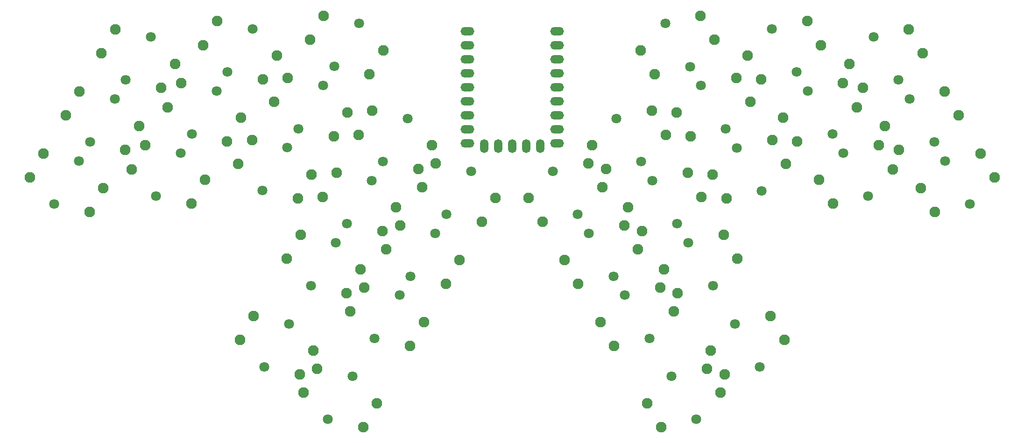
<source format=gbr>
%TF.GenerationSoftware,KiCad,Pcbnew,8.0.7-8.0.7-0~ubuntu22.04.1*%
%TF.CreationDate,2025-01-04T18:43:15+00:00*%
%TF.ProjectId,minikeeb,6d696e69-6b65-4656-922e-6b696361645f,rev?*%
%TF.SameCoordinates,Original*%
%TF.FileFunction,Soldermask,Bot*%
%TF.FilePolarity,Negative*%
%FSLAX46Y46*%
G04 Gerber Fmt 4.6, Leading zero omitted, Abs format (unit mm)*
G04 Created by KiCad (PCBNEW 8.0.7-8.0.7-0~ubuntu22.04.1) date 2025-01-04 18:43:15*
%MOMM*%
%LPD*%
G01*
G04 APERTURE LIST*
%ADD10C,1.800000*%
%ADD11C,1.950000*%
%ADD12O,2.500000X1.500000*%
%ADD13O,1.500000X2.500000*%
G04 APERTURE END LIST*
D10*
%TO.C,S33*%
X182362658Y-107842042D03*
X186862658Y-115636270D03*
D11*
X177949999Y-112699092D03*
X188776183Y-106448592D03*
X180449999Y-117029220D03*
X191276183Y-110778720D03*
%TD*%
D10*
%TO.C,S21*%
X74908156Y-68796313D03*
X70408156Y-76590541D03*
D11*
X68495497Y-67403363D03*
X79321681Y-73653863D03*
X65995497Y-71733491D03*
X76821681Y-77983991D03*
%TD*%
D10*
%TO.C,S27*%
X185386533Y-83579546D03*
X189886533Y-91373774D03*
D11*
X180973874Y-88436596D03*
X191800058Y-82186096D03*
X183473874Y-92766724D03*
X194300058Y-86516224D03*
%TD*%
D10*
%TO.C,S1*%
X87908156Y-46279652D03*
X83408156Y-54073880D03*
D11*
X81495497Y-44886702D03*
X92321681Y-51137202D03*
X78995497Y-49216830D03*
X89821681Y-55467330D03*
%TD*%
D10*
%TO.C,S28*%
X194219446Y-66378600D03*
X198719446Y-74172828D03*
D11*
X189806787Y-71235650D03*
X200632971Y-64985150D03*
X192306787Y-75565778D03*
X203132971Y-69315278D03*
%TD*%
D10*
%TO.C,S9*%
X200531493Y-44813386D03*
X205031493Y-52607614D03*
D11*
X196118834Y-49670436D03*
X206945018Y-43419936D03*
X198618834Y-54000564D03*
X209445018Y-47750064D03*
%TD*%
D10*
%TO.C,S5*%
X146036476Y-70602449D03*
X141536476Y-78396677D03*
D11*
X139623817Y-69209499D03*
X150450001Y-75459999D03*
X137123817Y-73539627D03*
X147950001Y-79790127D03*
%TD*%
D10*
%TO.C,S2*%
X106365909Y-44811886D03*
X101865909Y-52606114D03*
D11*
X99953250Y-43418936D03*
X110779434Y-49669436D03*
X97453250Y-47749064D03*
X108279434Y-53999564D03*
%TD*%
D10*
%TO.C,S14*%
X128013467Y-72321216D03*
X123513467Y-80115444D03*
D11*
X121600808Y-70928266D03*
X132426992Y-77178766D03*
X119100808Y-75258394D03*
X129926992Y-81508894D03*
%TD*%
D10*
%TO.C,S6*%
X160862658Y-70602949D03*
X165362658Y-78397177D03*
D11*
X156449999Y-75459999D03*
X167276183Y-69209499D03*
X158949999Y-79790127D03*
X169776183Y-73539627D03*
%TD*%
D10*
%TO.C,S4*%
X134512601Y-61062386D03*
X130012601Y-68856614D03*
D11*
X128099942Y-59669436D03*
X138926126Y-65919936D03*
X125599942Y-63999564D03*
X136426126Y-70250064D03*
%TD*%
D10*
%TO.C,S3*%
X125693822Y-43834959D03*
X121193822Y-51629187D03*
D11*
X119281163Y-42442009D03*
X130107347Y-48692509D03*
X116781163Y-46772137D03*
X127607347Y-53022637D03*
%TD*%
D10*
%TO.C,S31*%
X113011735Y-98300978D03*
X108511735Y-106095206D03*
D11*
X106599076Y-96908028D03*
X117425260Y-103158528D03*
X104099076Y-101238156D03*
X114925260Y-107488656D03*
%TD*%
D12*
%TO.C,U1*%
X161570000Y-45250000D03*
X161570000Y-47790000D03*
X161570000Y-50330000D03*
X161570000Y-52870000D03*
X161570000Y-55410000D03*
X161570000Y-57950000D03*
X161570000Y-60490000D03*
X161570000Y-63030000D03*
X161570000Y-65570000D03*
D13*
X158530000Y-66070000D03*
X155990000Y-66070000D03*
X153450000Y-66070000D03*
X150910000Y-66070000D03*
X148370000Y-66070000D03*
D12*
X145330000Y-65570000D03*
X145330000Y-63030000D03*
X145330000Y-60490000D03*
X145330000Y-57950000D03*
X145330000Y-55410000D03*
X145330000Y-52870000D03*
X145330000Y-50330000D03*
X145330000Y-47790000D03*
X145330000Y-45250000D03*
%TD*%
D10*
%TO.C,S17*%
X178885667Y-72321716D03*
X183385667Y-80115944D03*
D11*
X174473008Y-77178766D03*
X185299192Y-70928266D03*
X176973008Y-81508894D03*
X187799192Y-75258394D03*
%TD*%
D10*
%TO.C,S15*%
X139536476Y-81860779D03*
X135036476Y-89655007D03*
D11*
X133123817Y-80467829D03*
X143950001Y-86718329D03*
X130623817Y-84797957D03*
X141450001Y-91048457D03*
%TD*%
D10*
%TO.C,S8*%
X181208580Y-43845119D03*
X185708580Y-51639347D03*
D11*
X176795921Y-48702169D03*
X187622105Y-42451669D03*
X179295921Y-53032297D03*
X190122105Y-46781797D03*
%TD*%
D10*
%TO.C,S22*%
X93366775Y-67329046D03*
X88866775Y-75123274D03*
D11*
X86954116Y-65936096D03*
X97780300Y-72186596D03*
X84454116Y-70266224D03*
X95280300Y-76516724D03*
%TD*%
D10*
%TO.C,S16*%
X167362658Y-81861280D03*
X171862658Y-89655508D03*
D11*
X162949999Y-86718330D03*
X173776183Y-80467830D03*
X165449999Y-91048458D03*
X176276183Y-84797958D03*
%TD*%
D10*
%TO.C,S13*%
X119188822Y-55101949D03*
X114688822Y-62896177D03*
D11*
X112776163Y-53708999D03*
X123602347Y-59959499D03*
X110276163Y-58039127D03*
X121102347Y-64289627D03*
%TD*%
D10*
%TO.C,S10*%
X218988380Y-46281653D03*
X223488380Y-54075881D03*
D11*
X214575721Y-51138703D03*
X225401905Y-44888203D03*
X217075721Y-55468831D03*
X227901905Y-49218331D03*
%TD*%
D10*
%TO.C,S34*%
X193886533Y-98301978D03*
X198386533Y-106096206D03*
D11*
X189473874Y-103159028D03*
X200300058Y-96908528D03*
X191973874Y-107489156D03*
X202800058Y-101238656D03*
%TD*%
D10*
%TO.C,S30*%
X231988380Y-68798313D03*
X236488380Y-76592541D03*
D11*
X227575721Y-73655363D03*
X238401905Y-67404863D03*
X230075721Y-77985491D03*
X240901905Y-71734991D03*
%TD*%
D10*
%TO.C,S25*%
X133036476Y-93119110D03*
X128536476Y-100913338D03*
D11*
X126623817Y-91726160D03*
X137450001Y-97976660D03*
X124123817Y-96056288D03*
X134950001Y-102306788D03*
%TD*%
D10*
%TO.C,S12*%
X99865909Y-56070216D03*
X95365909Y-63864444D03*
D11*
X93453250Y-54677266D03*
X104279434Y-60927766D03*
X90953250Y-59007394D03*
X101779434Y-65257894D03*
%TD*%
D10*
%TO.C,S32*%
X124536476Y-107841541D03*
X120036476Y-115635769D03*
D11*
X118123817Y-106448591D03*
X128950001Y-112699091D03*
X115623817Y-110778719D03*
X126450001Y-117029219D03*
%TD*%
D10*
%TO.C,S23*%
X112688822Y-66360279D03*
X108188822Y-74154507D03*
D11*
X106276163Y-64967329D03*
X117102347Y-71217829D03*
X103776163Y-69297457D03*
X114602347Y-75547957D03*
%TD*%
D10*
%TO.C,S11*%
X81408156Y-57537983D03*
X76908156Y-65332211D03*
D11*
X74995497Y-56145033D03*
X85821681Y-62395533D03*
X72495497Y-60475161D03*
X83321681Y-66725661D03*
%TD*%
D10*
%TO.C,S19*%
X207032359Y-56071216D03*
X211532359Y-63865444D03*
D11*
X202619700Y-60928266D03*
X213445884Y-54677766D03*
X205119700Y-65258394D03*
X215945884Y-59007894D03*
%TD*%
D10*
%TO.C,S24*%
X121513467Y-83579546D03*
X117013467Y-91373774D03*
D11*
X115100808Y-82186596D03*
X125926992Y-88437096D03*
X112600808Y-86516724D03*
X123426992Y-92767224D03*
%TD*%
D10*
%TO.C,S20*%
X225489246Y-57539483D03*
X229989246Y-65333711D03*
D11*
X221076587Y-62396533D03*
X231902771Y-56146033D03*
X223576587Y-66726661D03*
X234402771Y-60476161D03*
%TD*%
D10*
%TO.C,S18*%
X187709446Y-55102949D03*
X192209446Y-62897177D03*
D11*
X183296787Y-59959999D03*
X194122971Y-53709499D03*
X185796787Y-64290127D03*
X196622971Y-58039627D03*
%TD*%
D10*
%TO.C,S7*%
X172385667Y-61063386D03*
X176885667Y-68857614D03*
D11*
X167973008Y-65920436D03*
X178799192Y-59669936D03*
X170473008Y-70250564D03*
X181299192Y-64000064D03*
%TD*%
D10*
%TO.C,S26*%
X173862658Y-93119610D03*
X178362658Y-100913838D03*
D11*
X169449999Y-97976660D03*
X180276183Y-91726160D03*
X171949999Y-102306788D03*
X182776183Y-96056288D03*
%TD*%
D10*
%TO.C,S29*%
X213532359Y-67329546D03*
X218032359Y-75123774D03*
D11*
X209119700Y-72186596D03*
X219945884Y-65936096D03*
X211619700Y-76516724D03*
X222445884Y-70266224D03*
%TD*%
M02*

</source>
